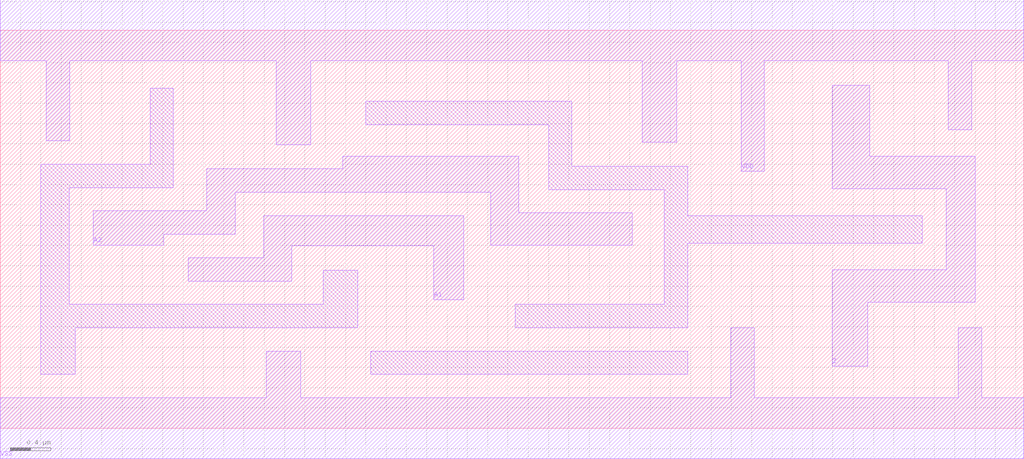
<source format=lef>
# Copyright 2022 GlobalFoundries PDK Authors
#
# Licensed under the Apache License, Version 2.0 (the "License");
# you may not use this file except in compliance with the License.
# You may obtain a copy of the License at
#
#      http://www.apache.org/licenses/LICENSE-2.0
#
# Unless required by applicable law or agreed to in writing, software
# distributed under the License is distributed on an "AS IS" BASIS,
# WITHOUT WARRANTIES OR CONDITIONS OF ANY KIND, either express or implied.
# See the License for the specific language governing permissions and
# limitations under the License.

MACRO gf180mcu_fd_sc_mcu7t5v0__xor2_2
  CLASS core ;
  FOREIGN gf180mcu_fd_sc_mcu7t5v0__xor2_2 0.0 0.0 ;
  ORIGIN 0 0 ;
  SYMMETRY X Y ;
  SITE GF018hv5v_mcu_sc7 ;
  SIZE 10.08 BY 3.92 ;
  PIN A1
    DIRECTION INPUT ;
    ANTENNAGATEAREA 1.5355 ;
    PORT
      LAYER Metal1 ;
        POLYGON 1.85 1.45 2.87 1.45 2.87 1.795 3.52 1.795 4.27 1.795 4.27 1.265 4.565 1.265 4.565 2.095 3.52 2.095 2.595 2.095 2.595 1.68 1.85 1.68  ;
    END
  END A1
  PIN A2
    DIRECTION INPUT ;
    ANTENNAGATEAREA 1.5355 ;
    PORT
      LAYER Metal1 ;
        POLYGON 0.915 1.8 1.61 1.8 1.61 1.91 2.315 1.91 2.315 2.325 3.52 2.325 4.83 2.325 4.83 1.8 6.225 1.8 6.225 2.12 5.105 2.12 5.105 2.68 3.52 2.68 3.375 2.68 3.375 2.555 2.035 2.555 2.035 2.14 0.915 2.14  ;
    END
  END A2
  PIN Z
    DIRECTION OUTPUT ;
    ANTENNADIFFAREA 1.0608 ;
    PORT
      LAYER Metal1 ;
        POLYGON 8.195 2.36 9.08 2.36 9.315 2.36 9.315 1.56 8.195 1.56 8.195 0.61 8.545 0.61 8.545 1.24 9.6 1.24 9.6 2.68 9.08 2.68 8.56 2.68 8.56 3.38 8.195 3.38  ;
    END
  END Z
  PIN VDD
    DIRECTION INOUT ;
    USE power ;
    SHAPE ABUTMENT ;
    PORT
      LAYER Metal1 ;
        POLYGON 0 3.62 0.455 3.62 0.455 2.83 0.685 2.83 0.685 3.62 2.72 3.62 2.72 2.79 3.06 2.79 3.06 3.62 3.52 3.62 6.32 3.62 6.32 2.815 6.66 2.815 6.66 3.62 7.295 3.62 7.295 2.53 7.525 2.53 7.525 3.62 9.08 3.62 9.335 3.62 9.335 2.94 9.565 2.94 9.565 3.62 10.08 3.62 10.08 4.22 9.08 4.22 3.52 4.22 0 4.22  ;
    END
  END VDD
  PIN VSS
    DIRECTION INOUT ;
    USE ground ;
    SHAPE ABUTMENT ;
    PORT
      LAYER Metal1 ;
        POLYGON 0 -0.3 10.08 -0.3 10.08 0.3 9.665 0.3 9.665 0.99 9.435 0.99 9.435 0.3 7.425 0.3 7.425 0.99 7.195 0.99 7.195 0.3 2.96 0.3 2.96 0.76 2.62 0.76 2.62 0.3 0 0.3  ;
    END
  END VSS
  OBS
      LAYER Metal1 ;
        POLYGON 0.4 0.53 0.74 0.53 0.74 0.99 3.52 0.99 3.52 1.555 3.18 1.555 3.18 1.22 0.68 1.22 0.68 2.37 1.705 2.37 1.705 3.35 1.475 3.35 1.475 2.6 0.4 2.6  ;
        POLYGON 3.65 0.53 6.77 0.53 6.77 0.76 3.65 0.76  ;
        POLYGON 3.6 2.99 5.4 2.99 5.4 2.35 6.54 2.35 6.54 1.22 5.07 1.22 5.07 0.99 6.77 0.99 6.77 1.82 9.08 1.82 9.08 2.095 6.77 2.095 6.77 2.58 5.63 2.58 5.63 3.22 3.6 3.22  ;
  END
END gf180mcu_fd_sc_mcu7t5v0__xor2_2

</source>
